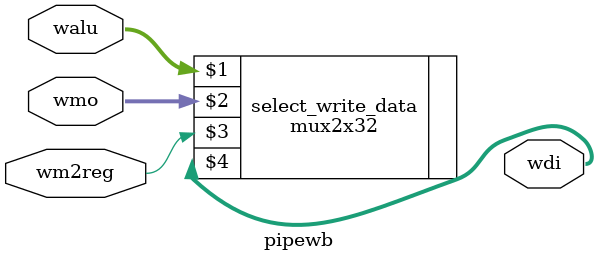
<source format=v>
module pipewb (walu, wmo, wm2reg, wdi);
	input				wm2reg;
	input [31:0]	walu,wmo;
	output [31:0]	wdi;
	
	mux2x32 select_write_data (walu, wmo, wm2reg, wdi);
endmodule
</source>
